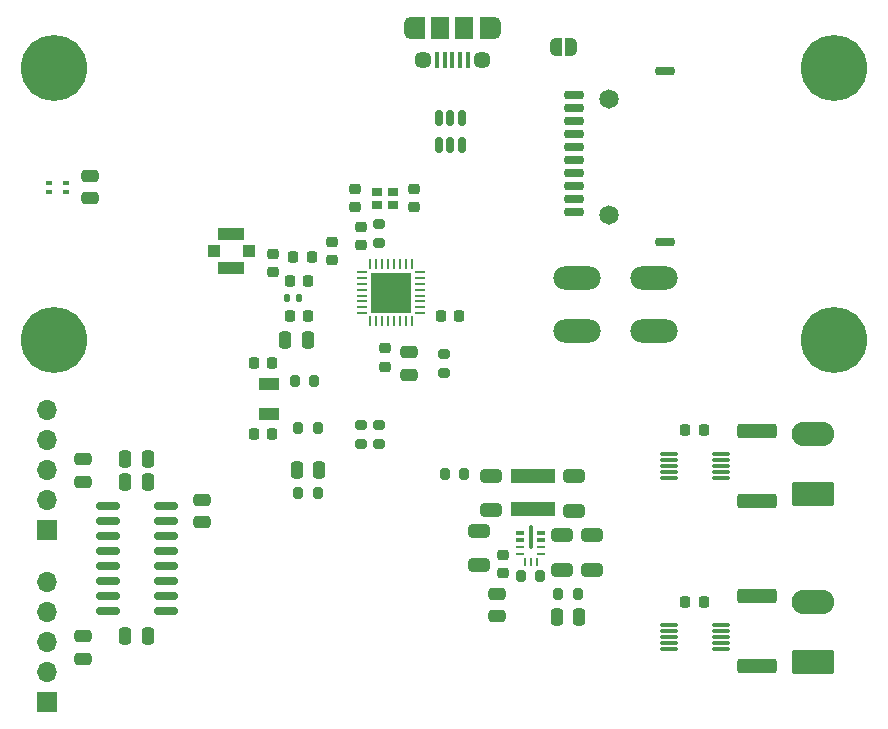
<source format=gbr>
%TF.GenerationSoftware,KiCad,Pcbnew,7.0.6-7.0.6~ubuntu22.04.1*%
%TF.CreationDate,2023-07-31T15:47:24-04:00*%
%TF.ProjectId,esp32_sensor_board,65737033-325f-4736-956e-736f725f626f,rev?*%
%TF.SameCoordinates,Original*%
%TF.FileFunction,Soldermask,Top*%
%TF.FilePolarity,Negative*%
%FSLAX46Y46*%
G04 Gerber Fmt 4.6, Leading zero omitted, Abs format (unit mm)*
G04 Created by KiCad (PCBNEW 7.0.6-7.0.6~ubuntu22.04.1) date 2023-07-31 15:47:24*
%MOMM*%
%LPD*%
G01*
G04 APERTURE LIST*
G04 Aperture macros list*
%AMRoundRect*
0 Rectangle with rounded corners*
0 $1 Rounding radius*
0 $2 $3 $4 $5 $6 $7 $8 $9 X,Y pos of 4 corners*
0 Add a 4 corners polygon primitive as box body*
4,1,4,$2,$3,$4,$5,$6,$7,$8,$9,$2,$3,0*
0 Add four circle primitives for the rounded corners*
1,1,$1+$1,$2,$3*
1,1,$1+$1,$4,$5*
1,1,$1+$1,$6,$7*
1,1,$1+$1,$8,$9*
0 Add four rect primitives between the rounded corners*
20,1,$1+$1,$2,$3,$4,$5,0*
20,1,$1+$1,$4,$5,$6,$7,0*
20,1,$1+$1,$6,$7,$8,$9,0*
20,1,$1+$1,$8,$9,$2,$3,0*%
%AMFreePoly0*
4,1,19,0.500000,-0.750000,0.000000,-0.750000,0.000000,-0.744911,-0.071157,-0.744911,-0.207708,-0.704816,-0.327430,-0.627875,-0.420627,-0.520320,-0.479746,-0.390866,-0.500000,-0.250000,-0.500000,0.250000,-0.479746,0.390866,-0.420627,0.520320,-0.327430,0.627875,-0.207708,0.704816,-0.071157,0.744911,0.000000,0.744911,0.000000,0.750000,0.500000,0.750000,0.500000,-0.750000,0.500000,-0.750000,
$1*%
%AMFreePoly1*
4,1,19,0.000000,0.744911,0.071157,0.744911,0.207708,0.704816,0.327430,0.627875,0.420627,0.520320,0.479746,0.390866,0.500000,0.250000,0.500000,-0.250000,0.479746,-0.390866,0.420627,-0.520320,0.327430,-0.627875,0.207708,-0.704816,0.071157,-0.744911,0.000000,-0.744911,0.000000,-0.750000,-0.500000,-0.750000,-0.500000,0.750000,0.000000,0.750000,0.000000,0.744911,0.000000,0.744911,
$1*%
G04 Aperture macros list end*
%ADD10R,1.000000X1.000000*%
%ADD11R,2.200000X1.050000*%
%ADD12C,5.600000*%
%ADD13O,4.000000X2.000000*%
%ADD14RoundRect,0.225000X0.250000X-0.225000X0.250000X0.225000X-0.250000X0.225000X-0.250000X-0.225000X0*%
%ADD15R,1.700000X1.700000*%
%ADD16O,1.700000X1.700000*%
%ADD17RoundRect,0.249999X1.550001X-0.790001X1.550001X0.790001X-1.550001X0.790001X-1.550001X-0.790001X0*%
%ADD18O,3.600000X2.080000*%
%ADD19RoundRect,0.200000X0.200000X0.275000X-0.200000X0.275000X-0.200000X-0.275000X0.200000X-0.275000X0*%
%ADD20RoundRect,0.250000X0.650000X-0.325000X0.650000X0.325000X-0.650000X0.325000X-0.650000X-0.325000X0*%
%ADD21RoundRect,0.062500X-0.375000X-0.062500X0.375000X-0.062500X0.375000X0.062500X-0.375000X0.062500X0*%
%ADD22RoundRect,0.062500X-0.062500X-0.375000X0.062500X-0.375000X0.062500X0.375000X-0.062500X0.375000X0*%
%ADD23R,3.450000X3.450000*%
%ADD24RoundRect,0.250000X1.425000X-0.362500X1.425000X0.362500X-1.425000X0.362500X-1.425000X-0.362500X0*%
%ADD25RoundRect,0.250000X-0.475000X0.250000X-0.475000X-0.250000X0.475000X-0.250000X0.475000X0.250000X0*%
%ADD26RoundRect,0.225000X-0.225000X-0.250000X0.225000X-0.250000X0.225000X0.250000X-0.225000X0.250000X0*%
%ADD27RoundRect,0.200000X-0.275000X0.200000X-0.275000X-0.200000X0.275000X-0.200000X0.275000X0.200000X0*%
%ADD28RoundRect,0.132500X-0.237500X-0.062500X0.237500X-0.062500X0.237500X0.062500X-0.237500X0.062500X0*%
%ADD29RoundRect,0.062500X-0.237500X-0.062500X0.237500X-0.062500X0.237500X0.062500X-0.237500X0.062500X0*%
%ADD30RoundRect,0.062500X0.062500X-0.237500X0.062500X0.237500X-0.062500X0.237500X-0.062500X-0.237500X0*%
%ADD31RoundRect,0.132500X0.062500X0.850000X-0.062500X0.850000X-0.062500X-0.850000X0.062500X-0.850000X0*%
%ADD32RoundRect,0.225000X0.225000X0.250000X-0.225000X0.250000X-0.225000X-0.250000X0.225000X-0.250000X0*%
%ADD33RoundRect,0.250000X0.475000X-0.250000X0.475000X0.250000X-0.475000X0.250000X-0.475000X-0.250000X0*%
%ADD34RoundRect,0.200000X0.275000X-0.200000X0.275000X0.200000X-0.275000X0.200000X-0.275000X-0.200000X0*%
%ADD35RoundRect,0.147500X-0.147500X-0.172500X0.147500X-0.172500X0.147500X0.172500X-0.147500X0.172500X0*%
%ADD36RoundRect,0.225000X-0.250000X0.225000X-0.250000X-0.225000X0.250000X-0.225000X0.250000X0.225000X0*%
%ADD37RoundRect,0.150000X-0.825000X-0.150000X0.825000X-0.150000X0.825000X0.150000X-0.825000X0.150000X0*%
%ADD38R,0.900000X0.800000*%
%ADD39RoundRect,0.250000X0.250000X0.475000X-0.250000X0.475000X-0.250000X-0.475000X0.250000X-0.475000X0*%
%ADD40C,1.640000*%
%ADD41RoundRect,0.220000X0.600000X-0.150000X0.600000X0.150000X-0.600000X0.150000X-0.600000X-0.150000X0*%
%ADD42R,3.700000X1.200000*%
%ADD43RoundRect,0.250000X-0.250000X-0.475000X0.250000X-0.475000X0.250000X0.475000X-0.250000X0.475000X0*%
%ADD44R,1.800000X1.000000*%
%ADD45RoundRect,0.250000X-0.650000X0.325000X-0.650000X-0.325000X0.650000X-0.325000X0.650000X0.325000X0*%
%ADD46FreePoly0,0.000000*%
%ADD47FreePoly1,0.000000*%
%ADD48R,0.400000X1.350000*%
%ADD49O,1.200000X1.900000*%
%ADD50R,1.200000X1.900000*%
%ADD51C,1.450000*%
%ADD52R,1.500000X1.900000*%
%ADD53RoundRect,0.218750X0.218750X0.256250X-0.218750X0.256250X-0.218750X-0.256250X0.218750X-0.256250X0*%
%ADD54R,0.500000X0.300000*%
%ADD55RoundRect,0.150000X-0.150000X0.512500X-0.150000X-0.512500X0.150000X-0.512500X0.150000X0.512500X0*%
%ADD56RoundRect,0.075000X-0.650000X-0.075000X0.650000X-0.075000X0.650000X0.075000X-0.650000X0.075000X0*%
G04 APERTURE END LIST*
D10*
%TO.C,J303*%
X107000000Y-90475000D03*
D11*
X105500000Y-89000000D03*
D10*
X104000000Y-90475000D03*
D11*
X105500000Y-91950000D03*
%TD*%
D12*
%TO.C,H104*%
X90500000Y-75000000D03*
%TD*%
%TO.C,H103*%
X156500000Y-75000000D03*
%TD*%
%TO.C,H102*%
X156500000Y-98000000D03*
%TD*%
%TO.C,H101*%
X90500000Y-98000000D03*
%TD*%
D13*
%TO.C,SW301*%
X141250000Y-97250000D03*
X134750000Y-97250000D03*
X141250000Y-92750000D03*
X134750000Y-92750000D03*
%TD*%
D14*
%TO.C,C201*%
X128500000Y-117775000D03*
X128500000Y-116225000D03*
%TD*%
D15*
%TO.C,J502*%
X89900000Y-128630000D03*
D16*
X89900000Y-126090000D03*
X89900000Y-123550000D03*
X89900000Y-121010000D03*
X89900000Y-118470000D03*
%TD*%
D17*
%TO.C,J102*%
X154722500Y-111040000D03*
D18*
X154722500Y-105960000D03*
%TD*%
D19*
%TO.C,R303*%
X112825000Y-111000000D03*
X111175000Y-111000000D03*
%TD*%
D20*
%TO.C,C203*%
X126500000Y-117100000D03*
X126500000Y-114150000D03*
%TD*%
%TO.C,C204*%
X133500000Y-117475000D03*
X133500000Y-114525000D03*
%TD*%
D21*
%TO.C,U302*%
X116562500Y-92250000D03*
X116562500Y-92750000D03*
X116562500Y-93250000D03*
X116562500Y-93750000D03*
X116562500Y-94250000D03*
X116562500Y-94750000D03*
X116562500Y-95250000D03*
X116562500Y-95750000D03*
D22*
X117250000Y-96437500D03*
X117750000Y-96437500D03*
X118250000Y-96437500D03*
X118750000Y-96437500D03*
X119250000Y-96437500D03*
X119750000Y-96437500D03*
X120250000Y-96437500D03*
X120750000Y-96437500D03*
D21*
X121437500Y-95750000D03*
X121437500Y-95250000D03*
X121437500Y-94750000D03*
X121437500Y-94250000D03*
X121437500Y-93750000D03*
X121437500Y-93250000D03*
X121437500Y-92750000D03*
X121437500Y-92250000D03*
D22*
X120750000Y-91562500D03*
X120250000Y-91562500D03*
X119750000Y-91562500D03*
X119250000Y-91562500D03*
X118750000Y-91562500D03*
X118250000Y-91562500D03*
X117750000Y-91562500D03*
X117250000Y-91562500D03*
D23*
X119000000Y-94000000D03*
%TD*%
D19*
%TO.C,R203*%
X125225000Y-109400000D03*
X123575000Y-109400000D03*
%TD*%
%TO.C,R201*%
X134825000Y-119500000D03*
X133175000Y-119500000D03*
%TD*%
D24*
%TO.C,R402*%
X150000000Y-111632500D03*
X150000000Y-105707500D03*
%TD*%
D25*
%TO.C,C301*%
X120500000Y-99050000D03*
X120500000Y-100950000D03*
%TD*%
D26*
%TO.C,C304*%
X123225000Y-96000000D03*
X124775000Y-96000000D03*
%TD*%
D27*
%TO.C,R301*%
X123500000Y-99175000D03*
X123500000Y-100825000D03*
%TD*%
D20*
%TO.C,C202*%
X136000000Y-117475000D03*
X136000000Y-114525000D03*
%TD*%
D25*
%TO.C,C208*%
X128000000Y-119500000D03*
X128000000Y-121400000D03*
%TD*%
D28*
%TO.C,U201*%
X129950000Y-114325000D03*
X129950000Y-114975000D03*
D29*
X129950000Y-115575000D03*
X129950000Y-116100000D03*
D30*
X130350000Y-116850000D03*
X130850000Y-116850000D03*
X131350000Y-116850000D03*
D29*
X131750000Y-116100000D03*
X131750000Y-115575000D03*
D28*
X131750000Y-114975000D03*
X131750000Y-114325000D03*
D31*
X130850000Y-114662000D03*
%TD*%
D15*
%TO.C,J501*%
X89900000Y-114130000D03*
D16*
X89900000Y-111590000D03*
X89900000Y-109050000D03*
X89900000Y-106510000D03*
X89900000Y-103970000D03*
%TD*%
D32*
%TO.C,C307*%
X112000000Y-93000000D03*
X110450000Y-93000000D03*
%TD*%
D33*
%TO.C,C601*%
X93500000Y-86000000D03*
X93500000Y-84100000D03*
%TD*%
D34*
%TO.C,R101*%
X118000000Y-106825000D03*
X118000000Y-105175000D03*
%TD*%
D32*
%TO.C,C309*%
X108950000Y-100000000D03*
X107400000Y-100000000D03*
%TD*%
D35*
%TO.C,L301*%
X110240000Y-94500000D03*
X111210000Y-94500000D03*
%TD*%
D36*
%TO.C,C312*%
X121000000Y-85225000D03*
X121000000Y-86775000D03*
%TD*%
D37*
%TO.C,U501*%
X95050000Y-112110000D03*
X95050000Y-113380000D03*
X95050000Y-114650000D03*
X95050000Y-115920000D03*
X95050000Y-117190000D03*
X95050000Y-118460000D03*
X95050000Y-119730000D03*
X95050000Y-121000000D03*
X100000000Y-121000000D03*
X100000000Y-119730000D03*
X100000000Y-118460000D03*
X100000000Y-117190000D03*
X100000000Y-115920000D03*
X100000000Y-114650000D03*
X100000000Y-113380000D03*
X100000000Y-112110000D03*
%TD*%
D26*
%TO.C,C402*%
X143947500Y-105670000D03*
X145497500Y-105670000D03*
%TD*%
D38*
%TO.C,Y302*%
X117800000Y-86550000D03*
X119200000Y-86550000D03*
X119200000Y-85450000D03*
X117800000Y-85450000D03*
%TD*%
D17*
%TO.C,J101*%
X154722500Y-125250000D03*
D18*
X154722500Y-120170000D03*
%TD*%
D39*
%TO.C,C504*%
X98425000Y-123055000D03*
X96525000Y-123055000D03*
%TD*%
D40*
%TO.C,J302*%
X137500000Y-77600000D03*
X137500000Y-87400000D03*
D41*
X134500000Y-79450000D03*
X134500000Y-80550000D03*
X134500000Y-81650000D03*
X134500000Y-82750000D03*
X134500000Y-83850000D03*
X134500000Y-84950000D03*
X134500000Y-86050000D03*
X134500000Y-87150000D03*
X134500000Y-78350000D03*
X134500000Y-77250000D03*
X142250000Y-75250000D03*
X142250000Y-89750000D03*
%TD*%
D42*
%TO.C,L201*%
X131000000Y-112350000D03*
X131000000Y-109550000D03*
%TD*%
D43*
%TO.C,C503*%
X96525000Y-108055000D03*
X98425000Y-108055000D03*
%TD*%
D36*
%TO.C,C302*%
X118500000Y-98725000D03*
X118500000Y-100275000D03*
%TD*%
D44*
%TO.C,Y301*%
X108675000Y-101750000D03*
X108675000Y-104250000D03*
%TD*%
D24*
%TO.C,R401*%
X150000000Y-125632500D03*
X150000000Y-119707500D03*
%TD*%
D34*
%TO.C,R305*%
X118000000Y-89825000D03*
X118000000Y-88175000D03*
%TD*%
D39*
%TO.C,C308*%
X112950000Y-109000000D03*
X111050000Y-109000000D03*
%TD*%
D14*
%TO.C,C311*%
X116000000Y-86775000D03*
X116000000Y-85225000D03*
%TD*%
D32*
%TO.C,C310*%
X108950000Y-106000000D03*
X107400000Y-106000000D03*
%TD*%
D36*
%TO.C,C314*%
X109000000Y-90725000D03*
X109000000Y-92275000D03*
%TD*%
D19*
%TO.C,R304*%
X112500000Y-101500000D03*
X110850000Y-101500000D03*
%TD*%
D32*
%TO.C,C306*%
X112000000Y-96000000D03*
X110450000Y-96000000D03*
%TD*%
D14*
%TO.C,C303*%
X116500000Y-90000000D03*
X116500000Y-88450000D03*
%TD*%
D19*
%TO.C,R302*%
X112825000Y-105500000D03*
X111175000Y-105500000D03*
%TD*%
D33*
%TO.C,C501*%
X103000000Y-113450000D03*
X103000000Y-111550000D03*
%TD*%
D39*
%TO.C,C207*%
X134950000Y-121500000D03*
X133050000Y-121500000D03*
%TD*%
D45*
%TO.C,C206*%
X134500000Y-109525000D03*
X134500000Y-112475000D03*
%TD*%
D43*
%TO.C,C502*%
X96525000Y-110055000D03*
X98425000Y-110055000D03*
%TD*%
D26*
%TO.C,C401*%
X143947500Y-120170000D03*
X145497500Y-120170000D03*
%TD*%
D46*
%TO.C,JP201*%
X132950000Y-73250000D03*
D47*
X134250000Y-73250000D03*
%TD*%
D25*
%TO.C,C505*%
X92975000Y-123105000D03*
X92975000Y-125005000D03*
%TD*%
D39*
%TO.C,C305*%
X111950000Y-98000000D03*
X110050000Y-98000000D03*
%TD*%
D48*
%TO.C,J301*%
X125500000Y-74302500D03*
X124850000Y-74302500D03*
X124200000Y-74302500D03*
X123550000Y-74302500D03*
X122900000Y-74302500D03*
D49*
X127700000Y-71602500D03*
D50*
X127100000Y-71602500D03*
D51*
X126700000Y-74302500D03*
D52*
X125200000Y-71602500D03*
X123200000Y-71602500D03*
D51*
X121700000Y-74302500D03*
D50*
X121300000Y-71602500D03*
D49*
X120700000Y-71602500D03*
%TD*%
D53*
%TO.C,L302*%
X112287500Y-91000000D03*
X110712500Y-91000000D03*
%TD*%
D14*
%TO.C,C313*%
X114000000Y-91275000D03*
X114000000Y-89725000D03*
%TD*%
D54*
%TO.C,U601*%
X90100000Y-84700000D03*
X90100000Y-85500000D03*
X91500000Y-85500000D03*
X91500000Y-84700000D03*
%TD*%
D55*
%TO.C,U301*%
X125000000Y-79225000D03*
X124050000Y-79225000D03*
X123100000Y-79225000D03*
X123100000Y-81500000D03*
X124050000Y-81500000D03*
X125000000Y-81500000D03*
%TD*%
D25*
%TO.C,C506*%
X92975000Y-108105000D03*
X92975000Y-110005000D03*
%TD*%
D45*
%TO.C,C205*%
X127500000Y-109500000D03*
X127500000Y-112450000D03*
%TD*%
D19*
%TO.C,R202*%
X131650000Y-118000000D03*
X130000000Y-118000000D03*
%TD*%
D56*
%TO.C,U401*%
X142522500Y-122170000D03*
X142522500Y-122670000D03*
X142522500Y-123170000D03*
X142522500Y-123670000D03*
X142522500Y-124170000D03*
X146922500Y-124170000D03*
X146922500Y-123670000D03*
X146922500Y-123170000D03*
X146922500Y-122670000D03*
X146922500Y-122170000D03*
%TD*%
%TO.C,U402*%
X142522500Y-107670000D03*
X142522500Y-108170000D03*
X142522500Y-108670000D03*
X142522500Y-109170000D03*
X142522500Y-109670000D03*
X146922500Y-109670000D03*
X146922500Y-109170000D03*
X146922500Y-108670000D03*
X146922500Y-108170000D03*
X146922500Y-107670000D03*
%TD*%
D34*
%TO.C,R102*%
X116500000Y-106825000D03*
X116500000Y-105175000D03*
%TD*%
M02*

</source>
